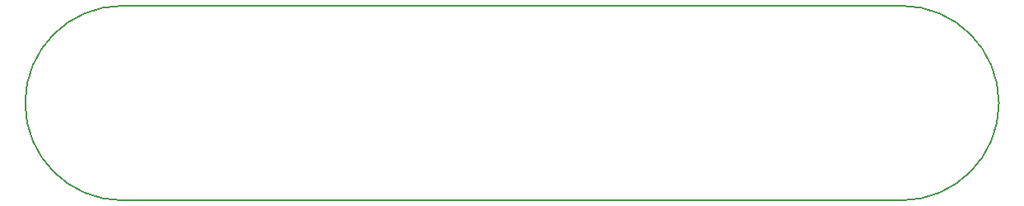
<source format=gbr>
G04 #@! TF.GenerationSoftware,KiCad,Pcbnew,(5.1.2)-2*
G04 #@! TF.CreationDate,2020-01-05T19:11:54-05:00*
G04 #@! TF.ProjectId,AddressableLED,41646472-6573-4736-9162-6c654c45442e,rev?*
G04 #@! TF.SameCoordinates,Original*
G04 #@! TF.FileFunction,Profile,NP*
%FSLAX46Y46*%
G04 Gerber Fmt 4.6, Leading zero omitted, Abs format (unit mm)*
G04 Created by KiCad (PCBNEW (5.1.2)-2) date 2020-01-05 19:11:54*
%MOMM*%
%LPD*%
G04 APERTURE LIST*
%ADD10C,0.150000*%
G04 APERTURE END LIST*
D10*
X101363800Y-114030800D02*
X181363800Y-114030800D01*
X181363800Y-94030800D02*
X101363800Y-94030800D01*
X181363800Y-94030800D02*
G75*
G02X181363800Y-114030800I0J-10000000D01*
G01*
X101363800Y-114030800D02*
G75*
G02X101363800Y-94030800I0J10000000D01*
G01*
M02*

</source>
